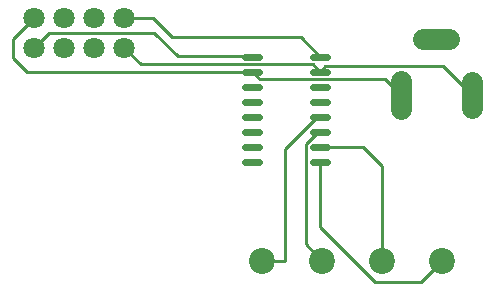
<source format=gtl>
G04 Layer: TopLayer*
G04 EasyEDA v6.4.20.6, 2021-08-18T22:01:06+01:00*
G04 0f83d257b5034ebfbbe3f03d496d4c61,10*
G04 Gerber Generator version 0.2*
G04 Scale: 100 percent, Rotated: No, Reflected: No *
G04 Dimensions in millimeters *
G04 leading zeros omitted , absolute positions ,4 integer and 5 decimal *
%FSLAX45Y45*%
%MOMM*%

%ADD10C,0.2540*%
%ADD11C,0.5600*%
%ADD12C,2.2000*%
%ADD13C,1.8000*%

%LPD*%
D10*
X5037048Y7378700D02*
G01*
X5018404Y7378700D01*
X4914900Y7275195D01*
X4914900Y6426200D01*
X5054600Y6286500D01*
X3378200Y8089900D02*
G01*
X3517900Y7950200D01*
X4973548Y7950200D01*
X5037048Y7886700D01*
X5037048Y7886700D02*
G01*
X5080685Y7930337D01*
X6079109Y7930337D01*
X6319799Y7689646D01*
X5719800Y7689646D02*
G01*
X5586247Y7823200D01*
X4526051Y7823200D01*
X4462551Y7886700D01*
X4462525Y7886700D02*
G01*
X2552700Y7886700D01*
X2438400Y8001000D01*
X2438400Y8166100D01*
X2616200Y8343900D01*
X2616200Y8089900D02*
G01*
X2743200Y8216900D01*
X3632200Y8216900D01*
X3829558Y8019542D01*
X4456684Y8019542D01*
X4462525Y8013700D01*
X5037074Y8013700D02*
G01*
X4871974Y8178800D01*
X3784600Y8178800D01*
X3619500Y8343900D01*
X3378200Y8343900D01*
X5037074Y7251700D02*
G01*
X5397500Y7251700D01*
X5562600Y7086600D01*
X5562600Y6286500D01*
X5037074Y7505700D02*
G01*
X5009641Y7505700D01*
X4737100Y7233158D01*
X4737100Y6286500D01*
X4546600Y6286500D01*
X5037074Y7124700D02*
G01*
X5037074Y6570726D01*
X5499100Y6108700D01*
X5892800Y6108700D01*
X6070600Y6286500D01*
D11*
X4977798Y7124700D02*
G01*
X5096299Y7124700D01*
X4977798Y7251700D02*
G01*
X5096299Y7251700D01*
X4977798Y7378700D02*
G01*
X5096299Y7378700D01*
X4977798Y7505700D02*
G01*
X5096299Y7505700D01*
X4977798Y7632700D02*
G01*
X5096299Y7632700D01*
X4977798Y7759700D02*
G01*
X5096299Y7759700D01*
X4977798Y7886700D02*
G01*
X5096299Y7886700D01*
X4977798Y8013700D02*
G01*
X5096299Y8013700D01*
X4403300Y7124700D02*
G01*
X4521801Y7124700D01*
X4403300Y7251700D02*
G01*
X4521801Y7251700D01*
X4403300Y7378700D02*
G01*
X4521801Y7378700D01*
X4403300Y7505700D02*
G01*
X4521801Y7505700D01*
X4403300Y7632700D02*
G01*
X4521801Y7632700D01*
X4403300Y7759700D02*
G01*
X4521801Y7759700D01*
X4403300Y7886700D02*
G01*
X4521801Y7886700D01*
X4403300Y8013700D02*
G01*
X4521801Y8013700D01*
D12*
G01*
X4546600Y6286500D03*
G01*
X5054600Y6286500D03*
G01*
X5562600Y6286500D03*
G01*
X6070600Y6286500D03*
D13*
G01*
X3378200Y8089900D03*
G01*
X3124200Y8089900D03*
G01*
X2870200Y8089900D03*
G01*
X2616200Y8089900D03*
G01*
X2616200Y8343900D03*
G01*
X2870200Y8343900D03*
G01*
X3124200Y8343900D03*
G01*
X3378200Y8343900D03*
X5719800Y7809621D02*
G01*
X5719800Y7569621D01*
X6319799Y7579621D02*
G01*
X6319799Y7799621D01*
X6129825Y8159953D02*
G01*
X5909825Y8159953D01*
M02*

</source>
